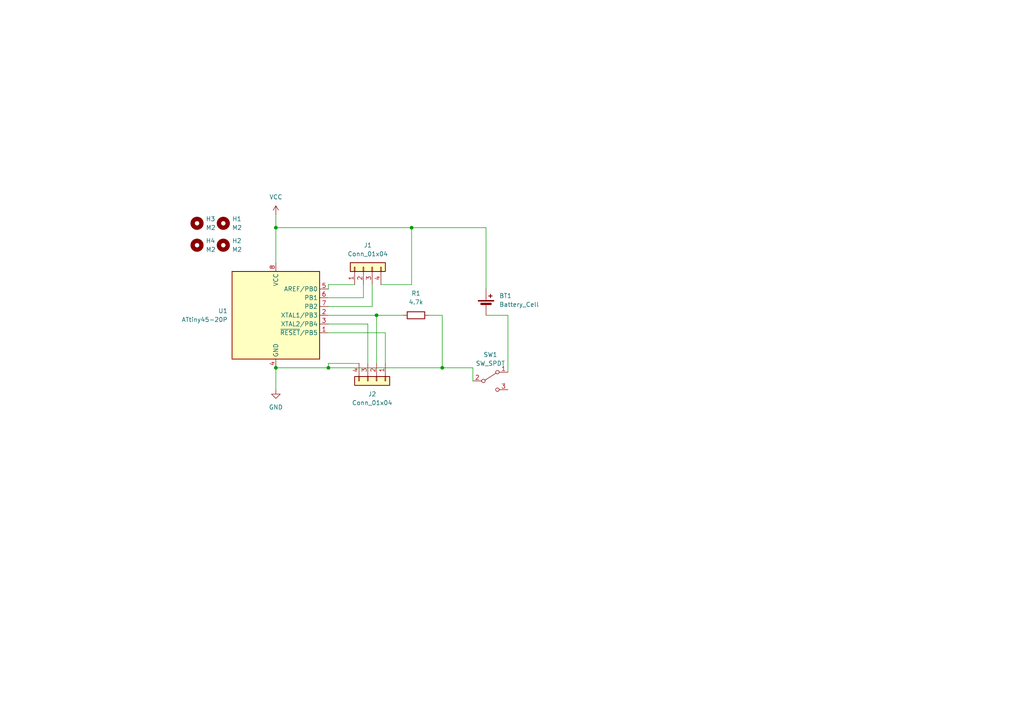
<source format=kicad_sch>
(kicad_sch (version 20230121) (generator eeschema)
  (paper "A4")
  (lib_symbols
    (symbol "Connector_Generic:Conn_01x04" (pin_names (offset 1.016) hide)
      (property "Reference" "J" (at 0 5.08 0))
      (property "Value" "Conn_01x04" (at 0 -7.62 0))
      (symbol "Conn_01x04_1_1"
        (rectangle (start -1.27 -4.953) (end 0 -5.207) (stroke (width 0.1524)))
        (rectangle (start -1.27 -2.413) (end 0 -2.667) (stroke (width 0.1524)))
        (rectangle (start -1.27 0.127) (end 0 -0.127) (stroke (width 0.1524)))
        (rectangle (start -1.27 2.667) (end 0 2.413) (stroke (width 0.1524)))
        (rectangle (start -1.27 3.81) (end 1.27 -6.35) (stroke (width 0.254)) (fill (type background)))
        (pin passive line (at -5.08 2.54 0) (length 3.81) (name "Pin_1") (number "1"))
        (pin passive line (at -5.08 0 0) (length 3.81) (name "Pin_2") (number "2"))
        (pin passive line (at -5.08 -2.54 0) (length 3.81) (name "Pin_3") (number "3"))
        (pin passive line (at -5.08 -5.08 0) (length 3.81) (name "Pin_4") (number "4"))
      )
    )
    (symbol "Device:Battery_Cell" (pin_numbers hide) (pin_names (offset 0) hide)
      (property "Reference" "BT" (at 2.54 2.54 0))
      (property "Value" "Battery_Cell" (at 2.54 0 0))
      (symbol "Battery_Cell_0_1"
        (rectangle (start -2.286 1.778) (end 2.286 1.524) (fill (type outline)))
        (rectangle (start -1.524 1.016) (end 1.524 0.508) (fill (type outline)))
        (polyline (pts (xy 0 0.762) (xy 0 0)))
        (polyline (pts (xy 0 1.778) (xy 0 2.54)))
        (polyline (pts (xy 0.762 3.048) (xy 1.778 3.048)) (stroke (width 0.254)))
        (polyline (pts (xy 1.27 3.556) (xy 1.27 2.54)) (stroke (width 0.254)))
      )
      (symbol "Battery_Cell_1_1"
        (pin passive line (at 0 5.08 270) (length 2.54) (name "+") (number "1"))
        (pin passive line (at 0 -2.54 90) (length 2.54) (name "-") (number "2"))
      )
    )
    (symbol "Device:R" (pin_numbers hide) (pin_names (offset 0))
      (property "Reference" "R" (at 2.032 0 90))
      (property "Value" "R" (at 0 0 90))
      (symbol "R_0_1"
        (rectangle (start -1.016 -2.54) (end 1.016 2.54) (stroke (width 0.254)))
      )
      (symbol "R_1_1"
        (pin passive line (at 0 3.81 270) (length 1.27) (name "~") (number "1"))
        (pin passive line (at 0 -3.81 90) (length 1.27) (name "~") (number "2"))
      )
    )
    (symbol "MCU_Microchip_ATtiny:ATtiny45-20P"
      (property "Reference" "U" (at -12.7 13.97 0))
      (property "Value" "ATtiny45-20P" (at 2.54 -13.97 0))
      (symbol "ATtiny45-20P_0_1"
        (rectangle (start -12.7 -12.7) (end 12.7 12.7) (stroke (width 0.254)) (fill (type background)))
      )
      (symbol "ATtiny45-20P_1_1"
        (pin bidirectional line (at 15.24 -5.08 180) (length 2.54) (name "~{RESET}/PB5") (number "1"))
        (pin bidirectional line (at 15.24 0 180) (length 2.54) (name "XTAL1/PB3") (number "2"))
        (pin bidirectional line (at 15.24 -2.54 180) (length 2.54) (name "XTAL2/PB4") (number "3"))
        (pin power_in line (at 0 -15.24 90) (length 2.54) (name "GND") (number "4"))
        (pin bidirectional line (at 15.24 7.62 180) (length 2.54) (name "AREF/PB0") (number "5"))
        (pin bidirectional line (at 15.24 5.08 180) (length 2.54) (name "PB1") (number "6"))
        (pin bidirectional line (at 15.24 2.54 180) (length 2.54) (name "PB2") (number "7"))
        (pin power_in line (at 0 15.24 270) (length 2.54) (name "VCC") (number "8"))
      )
    )
    (symbol "Mechanical:MountingHole" (pin_names (offset 1.016))
      (property "Reference" "H" (at 0 5.08 0))
      (property "Value" "MountingHole" (at 0 3.175 0))
      (symbol "MountingHole_0_1"
        (circle (center 0 0) (radius 1.27) (stroke (width 1.27)))
      )
    )
    (symbol "Switch:SW_SPDT" (pin_names (offset 0) hide)
      (property "Reference" "SW" (at 0 4.318 0))
      (property "Value" "SW_SPDT" (at 0 -5.08 0))
      (symbol "SW_SPDT_0_0"
        (circle (center -2.032 0) (radius 0.508))
        (circle (center 2.032 -2.54) (radius 0.508))
      )
      (symbol "SW_SPDT_0_1"
        (polyline (pts (xy -1.524 0.254) (xy 1.651 2.286)))
        (circle (center 2.032 2.54) (radius 0.508))
      )
      (symbol "SW_SPDT_1_1"
        (pin passive line (at 5.08 2.54 180) (length 2.54) (name "A") (number "1"))
        (pin passive line (at -5.08 0 0) (length 2.54) (name "B") (number "2"))
        (pin passive line (at 5.08 -2.54 180) (length 2.54) (name "C") (number "3"))
      )
    )
    (symbol "power:GND" (power) (pin_names (offset 0))
      (property "Value" "GND" (at 0 -3.81 0))
      (symbol "GND_0_1"
        (polyline (pts (xy 0 0) (xy 0 -1.27) (xy 1.27 -1.27) (xy 0 -2.54) (xy -1.27 -1.27) (xy 0 -1.27)))
      )
      (symbol "GND_1_1"
        (pin power_in line (at 0 0 270) (length 0) hide (name "GND") (number "1"))
      )
    )
    (symbol "power:VCC" (power) (pin_names (offset 0))
      (property "Value" "VCC" (at 0 3.81 0))
      (symbol "VCC_0_1"
        (polyline (pts (xy -0.762 1.27) (xy 0 2.54)))
        (polyline (pts (xy 0 0) (xy 0 2.54)))
        (polyline (pts (xy 0 2.54) (xy 0.762 1.27)))
      )
      (symbol "VCC_1_1"
        (pin power_in line (at 0 0 90) (length 0) hide (name "VCC") (number "1"))
      )
    )
  )
  (junction (at 128.27 106.68))
  (junction (at 95.25 106.68))
  (junction (at 109.22 91.44))
  (junction (at 80.01 106.68))
  (junction (at 119.38 66.04))
  (junction (at 80.01 66.04))
  (wire (pts (xy 147.32 91.44) (xy 147.32 107.95)))
  (wire (pts (xy 140.97 91.44) (xy 147.32 91.44)))
  (wire (pts (xy 105.41 86.36) (xy 95.25 86.36)))
  (wire (pts (xy 80.01 66.04) (xy 119.38 66.04)))
  (wire (pts (xy 111.76 105.41) (xy 111.76 96.52)))
  (wire (pts (xy 137.16 110.49) (xy 137.16 106.68)))
  (wire (pts (xy 119.38 82.55) (xy 119.38 66.04)))
  (wire (pts (xy 80.01 113.03) (xy 80.01 106.68)))
  (wire (pts (xy 106.68 105.41) (xy 106.68 93.98)))
  (wire (pts (xy 102.87 82.55) (xy 95.25 82.55)))
  (wire (pts (xy 106.68 93.98) (xy 95.25 93.98)))
  (wire (pts (xy 107.95 82.55) (xy 107.95 88.9)))
  (wire (pts (xy 110.49 82.55) (xy 119.38 82.55)))
  (wire (pts (xy 80.01 76.2) (xy 80.01 66.04)))
  (wire (pts (xy 80.01 62.23) (xy 80.01 66.04)))
  (wire (pts (xy 124.46 91.44) (xy 128.27 91.44)))
  (wire (pts (xy 107.95 88.9) (xy 95.25 88.9)))
  (wire (pts (xy 137.16 106.68) (xy 128.27 106.68)))
  (wire (pts (xy 109.22 91.44) (xy 116.84 91.44)))
  (wire (pts (xy 128.27 106.68) (xy 95.25 106.68)))
  (wire (pts (xy 128.27 91.44) (xy 128.27 106.68)))
  (wire (pts (xy 105.41 82.55) (xy 105.41 86.36)))
  (wire (pts (xy 95.25 82.55) (xy 95.25 83.82)))
  (wire (pts (xy 95.25 91.44) (xy 109.22 91.44)))
  (wire (pts (xy 104.14 105.41) (xy 95.25 105.41)))
  (wire (pts (xy 95.25 105.41) (xy 95.25 106.68)))
  (wire (pts (xy 140.97 66.04) (xy 140.97 83.82)))
  (wire (pts (xy 109.22 91.44) (xy 109.22 105.41)))
  (wire (pts (xy 111.76 96.52) (xy 95.25 96.52)))
  (wire (pts (xy 80.01 106.68) (xy 95.25 106.68)))
  (wire (pts (xy 119.38 66.04) (xy 140.97 66.04)))
  (symbol (lib_id "Mechanical:MountingHole") (at 57.15 71.12 0) (unit 1)
    (property "Reference" "H4" (at 59.69 69.85 0) (effects (justify left)))
    (property "Value" "M2" (at 59.69 72.39 0) (effects (justify left)))
    (property "Footprint" "MountingHole:MountingHole_2.2mm_M2_DIN965_Pad" (effects hide))
  )
  (symbol (lib_id "Mechanical:MountingHole") (at 57.15 64.77 0) (unit 1)
    (property "Reference" "H3" (at 59.69 63.5 0) (effects (justify left)))
    (property "Value" "M2" (at 59.69 66.04 0) (effects (justify left)))
    (property "Footprint" "MountingHole:MountingHole_2.2mm_M2_DIN965_Pad" (effects hide))
  )
  (symbol (lib_id "MCU_Microchip_ATtiny:ATtiny45-20P") (at 80.01 91.44 0) (unit 1)
    (property "Reference" "U1" (at 66.04 90.17 0) (effects (justify right)))
    (property "Value" "ATtiny45-20P" (at 66.04 92.71 0) (effects (justify right)))
    (property "Footprint" "Package_DIP:DIP-8_W7.62mm" (effects hide))
    (property "Datasheet" "http://ww1.microchip.com/downloads/en/DeviceDoc/atmel-2586-avr-8-bit-microcontroller-attiny25-attiny45-attiny85_datasheet.pdf" (effects hide))
  )
  (symbol (lib_id "Device:Battery_Cell") (at 140.97 88.9 0) (unit 1)
    (property "Reference" "BT1" (at 144.78 85.7885 0) (effects (justify left)))
    (property "Value" "Battery_Cell" (at 144.78 88.3285 0) (effects (justify left)))
    (property "Footprint" "custom_library_footprint:coin_cell_holder" (effects hide))
  )
  (symbol (lib_id "Mechanical:MountingHole") (at 64.77 71.12 0) (unit 1)
    (property "Reference" "H2" (at 67.31 69.85 0) (effects (justify left)))
    (property "Value" "M2" (at 67.31 72.39 0) (effects (justify left)))
    (property "Footprint" "MountingHole:MountingHole_2.2mm_M2_DIN965_Pad" (effects hide))
  )
  (symbol (lib_id "Connector_Generic:Conn_01x04") (at 105.41 77.47 90) (unit 1)
    (property "Reference" "J1" (at 106.68 71.12 90))
    (property "Value" "Conn_01x04" (at 106.68 73.66 90))
    (property "Footprint" "Connector_PinHeader_2.00mm:PinHeader_1x04_P2.00mm_Vertical" (effects hide))
  )
  (symbol (lib_id "Switch:SW_SPDT") (at 142.24 110.49 0) (unit 1)
    (property "Reference" "SW1" (at 142.24 102.87 0))
    (property "Value" "SW_SPDT" (at 142.24 105.41 0))
    (property "Footprint" "custom_library_footprint:spdt_simple" (effects hide))
  )
  (symbol (lib_id "Connector_Generic:Conn_01x04") (at 109.22 110.49 270) (unit 1)
    (property "Reference" "J2" (at 107.95 114.3 90))
    (property "Value" "Conn_01x04" (at 107.95 116.84 90))
    (property "Footprint" "Connector_PinHeader_2.00mm:PinHeader_1x04_P2.00mm_Vertical" (effects hide))
  )
  (symbol (lib_id "power:GND") (at 80.01 113.03 0) (unit 1)
    (property "Reference" "#PWR02" (effects hide))
    (property "Value" "GND" (at 80.01 118.11 0))
  )
  (symbol (lib_id "Mechanical:MountingHole") (at 64.77 64.77 0) (unit 1)
    (property "Reference" "H1" (at 67.31 63.5 0) (effects (justify left)))
    (property "Value" "M2" (at 67.31 66.04 0) (effects (justify left)))
    (property "Footprint" "MountingHole:MountingHole_2.2mm_M2_DIN965_Pad" (effects hide))
  )
  (symbol (lib_id "Device:R") (at 120.65 91.44 90) (unit 1)
    (property "Reference" "R1" (at 120.65 85.09 90))
    (property "Value" "4.7k" (at 120.65 87.63 90))
    (property "Footprint" "Resistor_THT:R_Axial_DIN0207_L6.3mm_D2.5mm_P7.62mm_Horizontal" (effects hide))
  )
  (symbol (lib_id "power:VCC") (at 80.01 62.23 0) (unit 1)
    (property "Reference" "#PWR01" (effects hide))
    (property "Value" "VCC" (at 80.01 57.15 0))
  )
)
</source>
